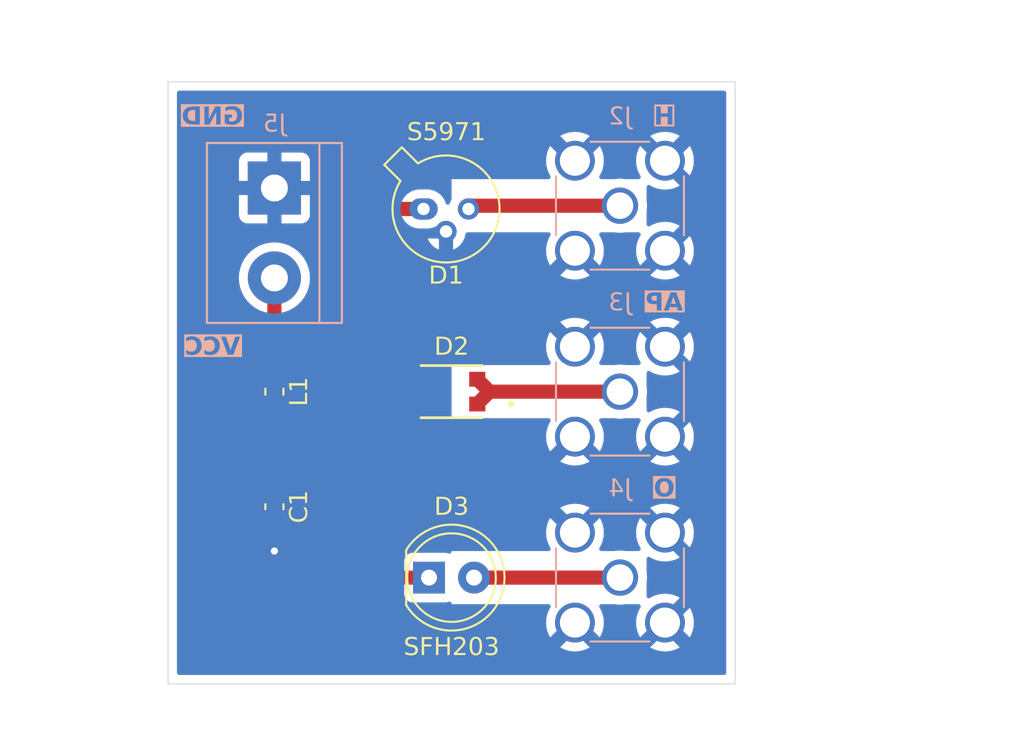
<source format=kicad_pcb>
(kicad_pcb (version 20240108) (generator "pcbnew") (generator_version "8.0")
  (layers (0 "F.Cu" signal) (31 "B.Cu" signal) (34 "B.Paste" user) (35 "F.Paste" user) (36 "B.SilkS" user "B.Silkscreen") (37 "F.SilkS" user "F.Silkscreen") (38 "B.Mask" user) (39 "F.Mask" user) (44 "Edge.Cuts" user))
  (net 0 "")
  (net 1 "GND")
  (net 2 "Net-(D1-A)")
  (net 3 "Net-(D1-K)")
  (net 4 "Net-(J3-In)")
  (net 5 "Net-(D3-A)")
  (net 6 "Net-(J5-Pin_2)")
  (footprint "Package_TO_SOT_THT:TO-18-3" (layer "F.Cu") (at 114.414724 67.184724)
    (property "Reference" "D1" (at 1.27 3.8 0) (layer "F.SilkS"))
    (property "Value" "S5971" (at 1.285276 -4.3 0) (layer "F.SilkS"))
    (fp_line (start -2.214448 -2.494499) (end -1.302281 -1.582331) (stroke (width 0.12)) (layer "F.SilkS"))
    (fp_line (start -1.224499 -3.484448) (end -2.214448 -2.494499) (stroke (width 0.12)) (layer "F.SilkS"))
    (fp_line (start -0.312331 -2.572281) (end -1.224499 -3.484448) (stroke (width 0.12)) (layer "F.SilkS"))
    (fp_arc (start -0.312331 -2.572281) (mid 3.405374 2.135551) (end -1.30215 -1.582544) (stroke (width 0.12)) (layer "F.SilkS"))
    (pad "1" thru_hole oval (at 0 0) (size 1.6 1.2) (drill 0.7) (layers "*.Cu" "*.Mask") (net 3 "Net-(D1-K)"))
    (pad "2" thru_hole oval (at 1.27 1.27) (size 1.2 1.2) (drill 0.7) (layers "*.Cu" "*.Mask") (net 1 "GND"))
    (pad "3" thru_hole oval (at 2.54 0) (size 1.2 1.2) (drill 0.7) (layers "*.Cu" "*.Mask") (net 2 "Net-(D1-A)"))
  )
  (footprint "LED_THT:LED_D5.0mm_IRGrey" (layer "F.Cu") (at 114.725 88)
    (property "Reference" "D3" (at 1.27 -3.96 0) (layer "F.SilkS"))
    (property "Value" "SFH203" (at 1.27 3.96 0) (layer "F.SilkS"))
    (fp_line (start -1.29 -1.545) (end -1.29 1.545) (stroke (width 0.12)) (layer "F.SilkS"))
    (fp_arc (start -1.29 -1.54483) (mid 2.072002 -2.880433) (end 4.26 0.000462) (stroke (width 0.12)) (layer "F.SilkS"))
    (fp_arc (start 4.26 -0.000462) (mid 2.072002 2.880433) (end -1.29 1.54483) (stroke (width 0.12)) (layer "F.SilkS"))
    (fp_circle (center 1.27 0) (end 3.77 0) (stroke (width 0.12)) (fill none) (layer "F.SilkS"))
    (pad "1" thru_hole rect (at 0 0) (size 1.8 1.8) (drill 0.9) (layers "*.Cu" "*.Mask") (net 3 "Net-(D1-K)"))
    (pad "2" thru_hole circle (at 2.54 0) (size 1.8 1.8) (drill 0.9) (layers "*.Cu" "*.Mask") (net 5 "Net-(D3-A)"))
  )
  (footprint "Inductor_SMD:L_0603_1608Metric_Pad1.05x0.95mm_HandSolder" (layer "F.Cu") (at 106 77.5 -90)
    (property "Reference" "L1" (at 0 -1.43 90) (layer "F.SilkS"))
    (property "Value" "BLM18BA100SN1D")
    (fp_line (start -0.171267 0.51) (end 0.171267 0.51) (stroke (width 0.12)) (layer "F.SilkS"))
    (fp_line (start -0.171267 -0.51) (end 0.171267 -0.51) (stroke (width 0.12)) (layer "F.SilkS"))
    (pad "1" smd roundrect (at -0.875 0 270) (size 1.05 0.95) (layers "F.Cu" "F.Paste" "F.Mask") (net 6 "Net-(J5-Pin_2)"))
    (pad "2" smd roundrect (at 0.875 0 270) (size 1.05 0.95) (layers "F.Cu" "F.Paste" "F.Mask") (net 3 "Net-(D1-K)"))
  )
  (footprint "Lumicom_Photodiode:PDB-C154SM_ADP" (layer "F.Cu") (at 116 77.5 180)
    (property "Reference" "D2" (at 0 2.5 0) (layer "F.SilkS"))
    (property "Value" "PDB-C154SM")
    (fp_line (start 1.7272 -1.4732) (end -1.7272 -1.4732) (stroke (width 0.1524)) (layer "F.SilkS"))
    (fp_line (start -1.7272 1.4732) (end 1.7272 1.4732) (stroke (width 0.1524)) (layer "F.SilkS"))
    (fp_circle (center -3.3528 -0.6985) (end -3.2512 -0.6985) (stroke (width 0.1524)) (fill none) (layer "F.SilkS"))
    (pad "1" smd rect (at -1.4478 -0.6985 180) (size 0.9144 0.8382) (layers "F.Cu" "F.Paste" "F.Mask") (net 4 "Net-(J3-In)"))
    (pad "2" smd rect (at -1.4478 0.6985 180) (size 0.9144 0.8382) (layers "F.Cu" "F.Paste" "F.Mask") (net 4 "Net-(J3-In)"))
    (pad "3" smd rect (at 1.4478 0.6985 180) (size 0.9144 0.8382) (layers "F.Cu" "F.Paste" "F.Mask") (net 3 "Net-(D1-K)"))
    (pad "4" smd rect (at 1.4478 -0.6985 180) (size 0.9144 0.8382) (layers "F.Cu" "F.Paste" "F.Mask") (net 3 "Net-(D1-K)"))
  )
  (footprint "Capacitor_SMD:C_0603_1608Metric_Pad1.08x0.95mm_HandSolder" (layer "F.Cu") (at 106 84 -90)
    (property "Reference" "C1" (at 0 -1.43 90) (layer "F.SilkS"))
    (property "Value" "10uF")
    (fp_line (start -0.146267 0.51) (end 0.146267 0.51) (stroke (width 0.12)) (layer "F.SilkS"))
    (fp_line (start -0.146267 -0.51) (end 0.146267 -0.51) (stroke (width 0.12)) (layer "F.SilkS"))
    (pad "1" smd roundrect (at -0.8625 0 270) (size 1.075 0.95) (layers "F.Cu" "F.Paste" "F.Mask") (net 3 "Net-(D1-K)"))
    (pad "2" smd roundrect (at 0.8625 0 270) (size 1.075 0.95) (layers "F.Cu" "F.Paste" "F.Mask") (net 1 "GND"))
  )
  (footprint "TerminalBlock:TerminalBlock_bornier-2_P5.08mm" (layer "B.Cu") (at 106 66 -90)
    (property "Reference" "J5" (at -3.599999 0 180) (layer "B.SilkS") (effects (justify mirror)))
    (property "Value" "Screw_Terminal_01x02")
    (fp_line (start -2.54 3.81) (end 7.62 3.81) (stroke (width 0.12)) (layer "B.SilkS"))
    (fp_line (start 7.62 3.81) (end 7.62 -3.81) (stroke (width 0.12)) (layer "B.SilkS"))
    (fp_line (start -2.54 -2.54) (end 7.62 -2.54) (stroke (width 0.12)) (layer "B.SilkS"))
    (fp_line (start -2.54 -3.81) (end -2.54 3.81) (stroke (width 0.12)) (layer "B.SilkS"))
    (fp_line (start 7.62 -3.81) (end -2.54 -3.81) (stroke (width 0.12)) (layer "B.SilkS"))
    (pad "1" thru_hole rect (at 0 0 270) (size 3 3) (drill 1.52) (layers "*.Cu" "*.Mask") (net 1 "GND"))
    (pad "2" thru_hole circle (at 5.08 0 270) (size 3 3) (drill 1.52) (layers "*.Cu" "*.Mask") (net 6 "Net-(J5-Pin_2)"))
  )
  (footprint "Lumicom_Photodiode:RFPC-SMA28-F" (layer "B.Cu") (at 125.5 88 180)
    (property "Reference" "J4" (at 0 5 0) (layer "B.SilkS") (effects (justify mirror)))
    (property "Value" "RFPC-SMA28-F")
    (fp_line (start 3.61 -1.66) (end 3.61 1.66) (stroke (width 0.12)) (layer "B.SilkS"))
    (fp_line (start 1.66 3.61) (end -1.66 3.61) (stroke (width 0.12)) (layer "B.SilkS"))
    (fp_line (start 1.66 -3.61) (end -1.66 -3.61) (stroke (width 0.12)) (layer "B.SilkS"))
    (fp_line (start -3.61 -1.66) (end -3.61 1.66) (stroke (width 0.12)) (layer "B.SilkS"))
    (pad "1" thru_hole circle (at 0 0 180) (size 2.05 2.05) (drill 1.5) (layers "*.Cu" "*.Mask") (net 5 "Net-(D3-A)"))
    (pad "2" thru_hole circle (at -2.54 -2.54 180) (size 2.25 2.25) (drill 1.7) (layers "*.Cu" "*.Mask") (net 1 "GND"))
    (pad "2" thru_hole circle (at -2.54 2.54 180) (size 2.25 2.25) (drill 1.7) (layers "*.Cu" "*.Mask") (net 1 "GND"))
    (pad "2" thru_hole circle (at 2.54 -2.54 180) (size 2.25 2.25) (drill 1.7) (layers "*.Cu" "*.Mask") (net 1 "GND"))
    (pad "2" thru_hole circle (at 2.54 2.54 180) (size 2.25 2.25) (drill 1.7) (layers "*.Cu" "*.Mask") (net 1 "GND"))
  )
  (footprint "Lumicom_Photodiode:RFPC-SMA28-F" (layer "B.Cu") (at 125.5 67 180)
    (property "Reference" "J2" (at 0 5 0) (layer "B.SilkS") (effects (justify mirror)))
    (property "Value" "RFPC-SMA28-F")
    (fp_line (start 3.61 -1.66) (end 3.61 1.66) (stroke (width 0.12)) (layer "B.SilkS"))
    (fp_line (start 1.66 3.61) (end -1.66 3.61) (stroke (width 0.12)) (layer "B.SilkS"))
    (fp_line (start 1.66 -3.61) (end -1.66 -3.61) (stroke (width 0.12)) (layer "B.SilkS"))
    (fp_line (start -3.61 -1.66) (end -3.61 1.66) (stroke (width 0.12)) (layer "B.SilkS"))
    (pad "1" thru_hole circle (at 0 0 180) (size 2.05 2.05) (drill 1.5) (layers "*.Cu" "*.Mask") (net 2 "Net-(D1-A)"))
    (pad "2" thru_hole circle (at -2.54 -2.54 180) (size 2.25 2.25) (drill 1.7) (layers "*.Cu" "*.Mask") (net 1 "GND"))
    (pad "2" thru_hole circle (at -2.54 2.54 180) (size 2.25 2.25) (drill 1.7) (layers "*.Cu" "*.Mask") (net 1 "GND"))
    (pad "2" thru_hole circle (at 2.54 -2.54 180) (size 2.25 2.25) (drill 1.7) (layers "*.Cu" "*.Mask") (net 1 "GND"))
    (pad "2" thru_hole circle (at 2.54 2.54 180) (size 2.25 2.25) (drill 1.7) (layers "*.Cu" "*.Mask") (net 1 "GND"))
  )
  (footprint "Lumicom_Photodiode:RFPC-SMA28-F" (layer "B.Cu") (at 125.5 77.5 180)
    (property "Reference" "J3" (at 0 5 0) (layer "B.SilkS") (effects (justify mirror)))
    (property "Value" "RFPC-SMA28-F")
    (fp_line (start 3.61 -1.66) (end 3.61 1.66) (stroke (width 0.12)) (layer "B.SilkS"))
    (fp_line (start 1.66 3.61) (end -1.66 3.61) (stroke (width 0.12)) (layer "B.SilkS"))
    (fp_line (start 1.66 -3.61) (end -1.66 -3.61) (stroke (width 0.12)) (layer "B.SilkS"))
    (fp_line (start -3.61 -1.66) (end -3.61 1.66) (stroke (width 0.12)) (layer "B.SilkS"))
    (pad "1" thru_hole circle (at 0 0 180) (size 2.05 2.05) (drill 1.5) (layers "*.Cu" "*.Mask") (net 4 "Net-(J3-In)"))
    (pad "2" thru_hole circle (at -2.54 -2.54 180) (size 2.25 2.25) (drill 1.7) (layers "*.Cu" "*.Mask") (net 1 "GND"))
    (pad "2" thru_hole circle (at -2.54 2.54 180) (size 2.25 2.25) (drill 1.7) (layers "*.Cu" "*.Mask") (net 1 "GND"))
    (pad "2" thru_hole circle (at 2.54 -2.54 180) (size 2.25 2.25) (drill 1.7) (layers "*.Cu" "*.Mask") (net 1 "GND"))
    (pad "2" thru_hole circle (at 2.54 2.54 180) (size 2.25 2.25) (drill 1.7) (layers "*.Cu" "*.Mask") (net 1 "GND"))
  )
  (gr_rect (start 100 60) (end 132 94) (stroke (width 0.05)) (fill none) (layer "Edge.Cuts"))
  (gr_text "O" (at 128 83 0) (layer "B.SilkS" knockout) (effects (font (size 1 1) (thickness 0.15) (bold yes) (italic yes)) (justify mirror)))
  (gr_text "VCC" (at 102.5 75 0) (layer "B.SilkS" knockout) (effects (font (size 1 1) (thickness 0.15) (bold yes) (italic yes)) (justify mirror)))
  (gr_text "GND\n" (at 102.5 62 0) (layer "B.SilkS" knockout) (effects (font (size 1 1) (thickness 0.15) (bold yes) (italic yes)) (justify mirror)))
  (gr_text "AP" (at 128 72.5 0) (layer "B.SilkS" knockout) (effects (font (size 1 1) (thickness 0.15) (bold yes) (italic yes)) (justify mirror)))
  (gr_text "H" (at 128 62 0) (layer "B.SilkS" knockout) (effects (font (size 1 1) (thickness 0.15) (bold yes) (italic yes)) (justify mirror)))
  (segment (start 106 84.862501) (end 106 86.5) (width 0.8) (layer "F.Cu") (net 1))
  (via (at 106 86.5) (size 0.8128) (drill 0.4064) (layers "F.Cu" "B.Cu") (net 1))
  (segment (start 116.954724 67.184724) (end 117.139448 67) (width 0.8) (layer "F.Cu") (net 2))
  (segment (start 117.139448 67) (end 125.5 67) (width 0.8) (layer "F.Cu") (net 2))
  (segment (start 106 80.5) (end 106 78.374999) (width 0.8) (layer "F.Cu") (net 3))
  (segment (start 111 80.5) (end 111 86) (width 0.8) (layer "F.Cu") (net 3))
  (segment (start 111 77.5) (end 113.8537 77.5) (width 0.8) (layer "F.Cu") (net 3))
  (segment (start 111 80.5) (end 111 77.5) (width 0.8) (layer "F.Cu") (net 3))
  (segment (start 106 83.137499) (end 106 80.5) (width 0.8) (layer "F.Cu") (net 3))
  (segment (start 111 86) (end 113 88) (width 0.8) (layer "F.Cu") (net 3))
  (segment (start 112.815276 67.184724) (end 114.414724 67.184724) (width 0.8) (layer "F.Cu") (net 3))
  (segment (start 113.8537 77.5) (end 114.5522 78.1985) (width 0.8) (layer "F.Cu") (net 3))
  (segment (start 113 88) (end 114.725 88) (width 0.8) (layer "F.Cu") (net 3))
  (segment (start 111 69) (end 112.815276 67.184724) (width 0.8) (layer "F.Cu") (net 3))
  (segment (start 113.8537 77.5) (end 114.5522 76.8015) (width 0.8) (layer "F.Cu") (net 3))
  (segment (start 111 77.5) (end 111 69) (width 0.8) (layer "F.Cu") (net 3))
  (segment (start 106 80.5) (end 111 80.5) (width 0.8) (layer "F.Cu") (net 3))
  (segment (start 118.1463 77.5) (end 117.4478 78.1985) (width 0.8) (layer "F.Cu") (net 4))
  (segment (start 125.5 77.5) (end 118.1463 77.5) (width 0.8) (layer "F.Cu") (net 4))
  (segment (start 118.1463 77.5) (end 117.4478 76.8015) (width 0.8) (layer "F.Cu") (net 4))
  (segment (start 117.265 88) (end 125.5 88) (width 0.8) (layer "F.Cu") (net 5))
  (segment (start 106 76.625001) (end 106 71.079999) (width 0.8) (layer "F.Cu") (net 6))
  (zone (net 1) (net_name "GND") (layer "B.Cu") (connect_pads (clearance 0.5)) (min_thickness 0.25) (fill yes (thermal_gap 0.5) (thermal_bridge_width 0.8))
    (polygon (pts (xy 100.5 60.5) (xy 131.5 60.5) (xy 131.5 93.5) (xy 100.5 93.5)))
  )
  (zone (net 0) (net_name "") (layer "B.Cu") (connect_pads (clearance 0)) (min_thickness 0.25)
    (keepout (tracks allowed) (vias allowed) (pads allowed) (copperpour not_allowed) (footprints allowed))
    (fill (thermal_gap 0.5) (thermal_bridge_width 0.5))
    (polygon (pts (xy 116 76) (xy 127 76) (xy 127 79) (xy 116 79)))
  )
  (zone (net 0) (net_name "") (layer "B.Cu") (connect_pads (clearance 0)) (min_thickness 0.25)
    (keepout (tracks allowed) (vias allowed) (pads allowed) (copperpour not_allowed) (footprints allowed))
    (fill (thermal_gap 0.5) (thermal_bridge_width 0.5))
    (polygon (pts (xy 116 65.5) (xy 127 65.5) (xy 127 68.5) (xy 116 68.5)))
  )
  (zone (net 0) (net_name "") (layer "B.Cu") (connect_pads (clearance 0)) (min_thickness 0.25)
    (keepout (tracks allowed) (vias allowed) (pads allowed) (copperpour not_allowed) (footprints allowed))
    (fill (thermal_gap 0.5) (thermal_bridge_width 0.5))
    (polygon (pts (xy 116 86.5) (xy 127 86.5) (xy 127 89.5) (xy 116 89.5)))
  )
)
</source>
